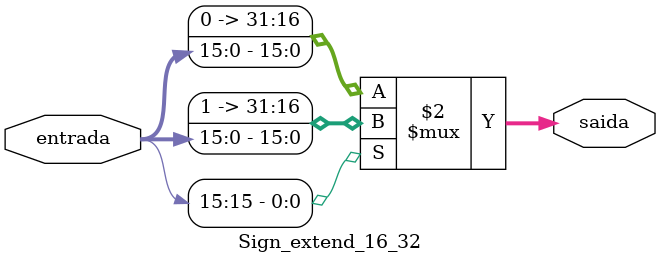
<source format=v>
module Sign_extend_16_32(
  input wire [15:0] entrada,
  output wire [31:0] saida
);

assign saida = (entrada[15] == 1'b1) ? { {16{1'b1}}, entrada} : { {16{1'b0}}, entrada};
endmodule
</source>
